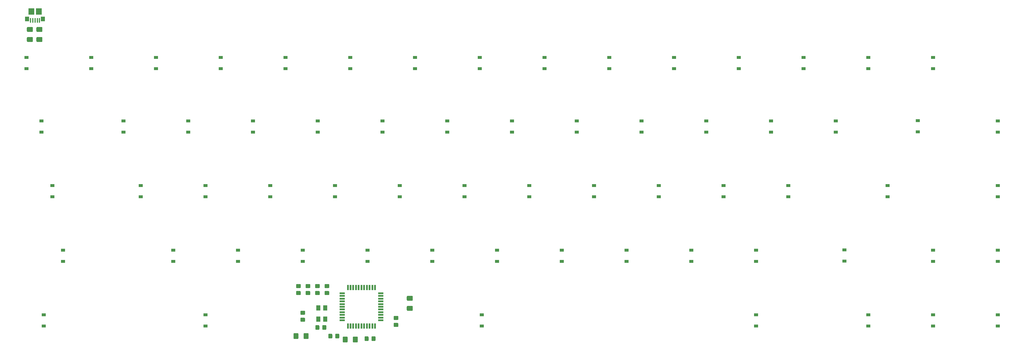
<source format=gbr>
G04 #@! TF.GenerationSoftware,KiCad,Pcbnew,(5.1.5-0-10_14)*
G04 #@! TF.CreationDate,2020-02-17T19:49:38+00:00*
G04 #@! TF.ProjectId,pcb,7063622e-6b69-4636-9164-5f7063625858,rev?*
G04 #@! TF.SameCoordinates,Original*
G04 #@! TF.FileFunction,Paste,Bot*
G04 #@! TF.FilePolarity,Positive*
%FSLAX46Y46*%
G04 Gerber Fmt 4.6, Leading zero omitted, Abs format (unit mm)*
G04 Created by KiCad (PCBNEW (5.1.5-0-10_14)) date 2020-02-17 19:49:38*
%MOMM*%
%LPD*%
G04 APERTURE LIST*
%ADD10C,0.100000*%
%ADD11R,1.150000X1.450000*%
%ADD12R,1.750000X1.900000*%
%ADD13R,0.400000X1.400000*%
%ADD14R,1.300000X1.600000*%
%ADD15R,1.500000X0.550000*%
%ADD16R,0.550000X1.500000*%
%ADD17R,1.200000X0.900000*%
G04 APERTURE END LIST*
D10*
G36*
X38749504Y-22693204D02*
G01*
X38773773Y-22696804D01*
X38797571Y-22702765D01*
X38820671Y-22711030D01*
X38842849Y-22721520D01*
X38863893Y-22734133D01*
X38883598Y-22748747D01*
X38901777Y-22765223D01*
X38918253Y-22783402D01*
X38932867Y-22803107D01*
X38945480Y-22824151D01*
X38955970Y-22846329D01*
X38964235Y-22869429D01*
X38970196Y-22893227D01*
X38973796Y-22917496D01*
X38975000Y-22942000D01*
X38975000Y-23867000D01*
X38973796Y-23891504D01*
X38970196Y-23915773D01*
X38964235Y-23939571D01*
X38955970Y-23962671D01*
X38945480Y-23984849D01*
X38932867Y-24005893D01*
X38918253Y-24025598D01*
X38901777Y-24043777D01*
X38883598Y-24060253D01*
X38863893Y-24074867D01*
X38842849Y-24087480D01*
X38820671Y-24097970D01*
X38797571Y-24106235D01*
X38773773Y-24112196D01*
X38749504Y-24115796D01*
X38725000Y-24117000D01*
X37475000Y-24117000D01*
X37450496Y-24115796D01*
X37426227Y-24112196D01*
X37402429Y-24106235D01*
X37379329Y-24097970D01*
X37357151Y-24087480D01*
X37336107Y-24074867D01*
X37316402Y-24060253D01*
X37298223Y-24043777D01*
X37281747Y-24025598D01*
X37267133Y-24005893D01*
X37254520Y-23984849D01*
X37244030Y-23962671D01*
X37235765Y-23939571D01*
X37229804Y-23915773D01*
X37226204Y-23891504D01*
X37225000Y-23867000D01*
X37225000Y-22942000D01*
X37226204Y-22917496D01*
X37229804Y-22893227D01*
X37235765Y-22869429D01*
X37244030Y-22846329D01*
X37254520Y-22824151D01*
X37267133Y-22803107D01*
X37281747Y-22783402D01*
X37298223Y-22765223D01*
X37316402Y-22748747D01*
X37336107Y-22734133D01*
X37357151Y-22721520D01*
X37379329Y-22711030D01*
X37402429Y-22702765D01*
X37426227Y-22696804D01*
X37450496Y-22693204D01*
X37475000Y-22692000D01*
X38725000Y-22692000D01*
X38749504Y-22693204D01*
G37*
G36*
X38749504Y-25668204D02*
G01*
X38773773Y-25671804D01*
X38797571Y-25677765D01*
X38820671Y-25686030D01*
X38842849Y-25696520D01*
X38863893Y-25709133D01*
X38883598Y-25723747D01*
X38901777Y-25740223D01*
X38918253Y-25758402D01*
X38932867Y-25778107D01*
X38945480Y-25799151D01*
X38955970Y-25821329D01*
X38964235Y-25844429D01*
X38970196Y-25868227D01*
X38973796Y-25892496D01*
X38975000Y-25917000D01*
X38975000Y-26842000D01*
X38973796Y-26866504D01*
X38970196Y-26890773D01*
X38964235Y-26914571D01*
X38955970Y-26937671D01*
X38945480Y-26959849D01*
X38932867Y-26980893D01*
X38918253Y-27000598D01*
X38901777Y-27018777D01*
X38883598Y-27035253D01*
X38863893Y-27049867D01*
X38842849Y-27062480D01*
X38820671Y-27072970D01*
X38797571Y-27081235D01*
X38773773Y-27087196D01*
X38749504Y-27090796D01*
X38725000Y-27092000D01*
X37475000Y-27092000D01*
X37450496Y-27090796D01*
X37426227Y-27087196D01*
X37402429Y-27081235D01*
X37379329Y-27072970D01*
X37357151Y-27062480D01*
X37336107Y-27049867D01*
X37316402Y-27035253D01*
X37298223Y-27018777D01*
X37281747Y-27000598D01*
X37267133Y-26980893D01*
X37254520Y-26959849D01*
X37244030Y-26937671D01*
X37235765Y-26914571D01*
X37229804Y-26890773D01*
X37226204Y-26866504D01*
X37225000Y-26842000D01*
X37225000Y-25917000D01*
X37226204Y-25892496D01*
X37229804Y-25868227D01*
X37235765Y-25844429D01*
X37244030Y-25821329D01*
X37254520Y-25799151D01*
X37267133Y-25778107D01*
X37281747Y-25758402D01*
X37298223Y-25740223D01*
X37316402Y-25723747D01*
X37336107Y-25709133D01*
X37357151Y-25696520D01*
X37379329Y-25686030D01*
X37402429Y-25677765D01*
X37426227Y-25671804D01*
X37450496Y-25668204D01*
X37475000Y-25667000D01*
X38725000Y-25667000D01*
X38749504Y-25668204D01*
G37*
D11*
X34510000Y-20334000D03*
X39150000Y-20334000D03*
D12*
X35705000Y-18104000D03*
D13*
X36830000Y-20754000D03*
X37480000Y-20754000D03*
X38130000Y-20754000D03*
X35530000Y-20754000D03*
X36180000Y-20754000D03*
D12*
X37955000Y-18104000D03*
D14*
X120158000Y-105538000D03*
X120158000Y-108838000D03*
X122158000Y-108838000D03*
X122158000Y-105538000D03*
D15*
X138542000Y-109156000D03*
X138542000Y-108356000D03*
X138542000Y-107556000D03*
X138542000Y-106756000D03*
X138542000Y-105956000D03*
X138542000Y-105156000D03*
X138542000Y-104356000D03*
X138542000Y-103556000D03*
X138542000Y-102756000D03*
X138542000Y-101956000D03*
X138542000Y-101156000D03*
D16*
X136842000Y-99456000D03*
X136042000Y-99456000D03*
X135242000Y-99456000D03*
X134442000Y-99456000D03*
X133642000Y-99456000D03*
X132842000Y-99456000D03*
X132042000Y-99456000D03*
X131242000Y-99456000D03*
X130442000Y-99456000D03*
X129642000Y-99456000D03*
X128842000Y-99456000D03*
D15*
X127142000Y-101156000D03*
X127142000Y-101956000D03*
X127142000Y-102756000D03*
X127142000Y-103556000D03*
X127142000Y-104356000D03*
X127142000Y-105156000D03*
X127142000Y-105956000D03*
X127142000Y-106756000D03*
X127142000Y-107556000D03*
X127142000Y-108356000D03*
X127142000Y-109156000D03*
D16*
X128842000Y-110856000D03*
X129642000Y-110856000D03*
X130442000Y-110856000D03*
X131242000Y-110856000D03*
X132042000Y-110856000D03*
X132842000Y-110856000D03*
X133642000Y-110856000D03*
X134442000Y-110856000D03*
X135242000Y-110856000D03*
X136042000Y-110856000D03*
X136842000Y-110856000D03*
D10*
G36*
X35955504Y-25668204D02*
G01*
X35979773Y-25671804D01*
X36003571Y-25677765D01*
X36026671Y-25686030D01*
X36048849Y-25696520D01*
X36069893Y-25709133D01*
X36089598Y-25723747D01*
X36107777Y-25740223D01*
X36124253Y-25758402D01*
X36138867Y-25778107D01*
X36151480Y-25799151D01*
X36161970Y-25821329D01*
X36170235Y-25844429D01*
X36176196Y-25868227D01*
X36179796Y-25892496D01*
X36181000Y-25917000D01*
X36181000Y-26842000D01*
X36179796Y-26866504D01*
X36176196Y-26890773D01*
X36170235Y-26914571D01*
X36161970Y-26937671D01*
X36151480Y-26959849D01*
X36138867Y-26980893D01*
X36124253Y-27000598D01*
X36107777Y-27018777D01*
X36089598Y-27035253D01*
X36069893Y-27049867D01*
X36048849Y-27062480D01*
X36026671Y-27072970D01*
X36003571Y-27081235D01*
X35979773Y-27087196D01*
X35955504Y-27090796D01*
X35931000Y-27092000D01*
X34681000Y-27092000D01*
X34656496Y-27090796D01*
X34632227Y-27087196D01*
X34608429Y-27081235D01*
X34585329Y-27072970D01*
X34563151Y-27062480D01*
X34542107Y-27049867D01*
X34522402Y-27035253D01*
X34504223Y-27018777D01*
X34487747Y-27000598D01*
X34473133Y-26980893D01*
X34460520Y-26959849D01*
X34450030Y-26937671D01*
X34441765Y-26914571D01*
X34435804Y-26890773D01*
X34432204Y-26866504D01*
X34431000Y-26842000D01*
X34431000Y-25917000D01*
X34432204Y-25892496D01*
X34435804Y-25868227D01*
X34441765Y-25844429D01*
X34450030Y-25821329D01*
X34460520Y-25799151D01*
X34473133Y-25778107D01*
X34487747Y-25758402D01*
X34504223Y-25740223D01*
X34522402Y-25723747D01*
X34542107Y-25709133D01*
X34563151Y-25696520D01*
X34585329Y-25686030D01*
X34608429Y-25677765D01*
X34632227Y-25671804D01*
X34656496Y-25668204D01*
X34681000Y-25667000D01*
X35931000Y-25667000D01*
X35955504Y-25668204D01*
G37*
G36*
X35955504Y-22693204D02*
G01*
X35979773Y-22696804D01*
X36003571Y-22702765D01*
X36026671Y-22711030D01*
X36048849Y-22721520D01*
X36069893Y-22734133D01*
X36089598Y-22748747D01*
X36107777Y-22765223D01*
X36124253Y-22783402D01*
X36138867Y-22803107D01*
X36151480Y-22824151D01*
X36161970Y-22846329D01*
X36170235Y-22869429D01*
X36176196Y-22893227D01*
X36179796Y-22917496D01*
X36181000Y-22942000D01*
X36181000Y-23867000D01*
X36179796Y-23891504D01*
X36176196Y-23915773D01*
X36170235Y-23939571D01*
X36161970Y-23962671D01*
X36151480Y-23984849D01*
X36138867Y-24005893D01*
X36124253Y-24025598D01*
X36107777Y-24043777D01*
X36089598Y-24060253D01*
X36069893Y-24074867D01*
X36048849Y-24087480D01*
X36026671Y-24097970D01*
X36003571Y-24106235D01*
X35979773Y-24112196D01*
X35955504Y-24115796D01*
X35931000Y-24117000D01*
X34681000Y-24117000D01*
X34656496Y-24115796D01*
X34632227Y-24112196D01*
X34608429Y-24106235D01*
X34585329Y-24097970D01*
X34563151Y-24087480D01*
X34542107Y-24074867D01*
X34522402Y-24060253D01*
X34504223Y-24043777D01*
X34487747Y-24025598D01*
X34473133Y-24005893D01*
X34460520Y-23984849D01*
X34450030Y-23962671D01*
X34441765Y-23939571D01*
X34435804Y-23915773D01*
X34432204Y-23891504D01*
X34431000Y-23867000D01*
X34431000Y-22942000D01*
X34432204Y-22917496D01*
X34435804Y-22893227D01*
X34441765Y-22869429D01*
X34450030Y-22846329D01*
X34460520Y-22824151D01*
X34473133Y-22803107D01*
X34487747Y-22783402D01*
X34504223Y-22765223D01*
X34522402Y-22748747D01*
X34542107Y-22734133D01*
X34563151Y-22721520D01*
X34585329Y-22711030D01*
X34608429Y-22702765D01*
X34632227Y-22696804D01*
X34656496Y-22693204D01*
X34681000Y-22692000D01*
X35931000Y-22692000D01*
X35955504Y-22693204D01*
G37*
G36*
X147715504Y-101941204D02*
G01*
X147739773Y-101944804D01*
X147763571Y-101950765D01*
X147786671Y-101959030D01*
X147808849Y-101969520D01*
X147829893Y-101982133D01*
X147849598Y-101996747D01*
X147867777Y-102013223D01*
X147884253Y-102031402D01*
X147898867Y-102051107D01*
X147911480Y-102072151D01*
X147921970Y-102094329D01*
X147930235Y-102117429D01*
X147936196Y-102141227D01*
X147939796Y-102165496D01*
X147941000Y-102190000D01*
X147941000Y-103115000D01*
X147939796Y-103139504D01*
X147936196Y-103163773D01*
X147930235Y-103187571D01*
X147921970Y-103210671D01*
X147911480Y-103232849D01*
X147898867Y-103253893D01*
X147884253Y-103273598D01*
X147867777Y-103291777D01*
X147849598Y-103308253D01*
X147829893Y-103322867D01*
X147808849Y-103335480D01*
X147786671Y-103345970D01*
X147763571Y-103354235D01*
X147739773Y-103360196D01*
X147715504Y-103363796D01*
X147691000Y-103365000D01*
X146441000Y-103365000D01*
X146416496Y-103363796D01*
X146392227Y-103360196D01*
X146368429Y-103354235D01*
X146345329Y-103345970D01*
X146323151Y-103335480D01*
X146302107Y-103322867D01*
X146282402Y-103308253D01*
X146264223Y-103291777D01*
X146247747Y-103273598D01*
X146233133Y-103253893D01*
X146220520Y-103232849D01*
X146210030Y-103210671D01*
X146201765Y-103187571D01*
X146195804Y-103163773D01*
X146192204Y-103139504D01*
X146191000Y-103115000D01*
X146191000Y-102190000D01*
X146192204Y-102165496D01*
X146195804Y-102141227D01*
X146201765Y-102117429D01*
X146210030Y-102094329D01*
X146220520Y-102072151D01*
X146233133Y-102051107D01*
X146247747Y-102031402D01*
X146264223Y-102013223D01*
X146282402Y-101996747D01*
X146302107Y-101982133D01*
X146323151Y-101969520D01*
X146345329Y-101959030D01*
X146368429Y-101950765D01*
X146392227Y-101944804D01*
X146416496Y-101941204D01*
X146441000Y-101940000D01*
X147691000Y-101940000D01*
X147715504Y-101941204D01*
G37*
G36*
X147715504Y-104916204D02*
G01*
X147739773Y-104919804D01*
X147763571Y-104925765D01*
X147786671Y-104934030D01*
X147808849Y-104944520D01*
X147829893Y-104957133D01*
X147849598Y-104971747D01*
X147867777Y-104988223D01*
X147884253Y-105006402D01*
X147898867Y-105026107D01*
X147911480Y-105047151D01*
X147921970Y-105069329D01*
X147930235Y-105092429D01*
X147936196Y-105116227D01*
X147939796Y-105140496D01*
X147941000Y-105165000D01*
X147941000Y-106090000D01*
X147939796Y-106114504D01*
X147936196Y-106138773D01*
X147930235Y-106162571D01*
X147921970Y-106185671D01*
X147911480Y-106207849D01*
X147898867Y-106228893D01*
X147884253Y-106248598D01*
X147867777Y-106266777D01*
X147849598Y-106283253D01*
X147829893Y-106297867D01*
X147808849Y-106310480D01*
X147786671Y-106320970D01*
X147763571Y-106329235D01*
X147739773Y-106335196D01*
X147715504Y-106338796D01*
X147691000Y-106340000D01*
X146441000Y-106340000D01*
X146416496Y-106338796D01*
X146392227Y-106335196D01*
X146368429Y-106329235D01*
X146345329Y-106320970D01*
X146323151Y-106310480D01*
X146302107Y-106297867D01*
X146282402Y-106283253D01*
X146264223Y-106266777D01*
X146247747Y-106248598D01*
X146233133Y-106228893D01*
X146220520Y-106207849D01*
X146210030Y-106185671D01*
X146201765Y-106162571D01*
X146195804Y-106138773D01*
X146192204Y-106114504D01*
X146191000Y-106090000D01*
X146191000Y-105165000D01*
X146192204Y-105140496D01*
X146195804Y-105116227D01*
X146201765Y-105092429D01*
X146210030Y-105069329D01*
X146220520Y-105047151D01*
X146233133Y-105026107D01*
X146247747Y-105006402D01*
X146264223Y-104988223D01*
X146282402Y-104971747D01*
X146302107Y-104957133D01*
X146323151Y-104944520D01*
X146345329Y-104934030D01*
X146368429Y-104925765D01*
X146392227Y-104919804D01*
X146416496Y-104916204D01*
X146441000Y-104915000D01*
X147691000Y-104915000D01*
X147715504Y-104916204D01*
G37*
G36*
X128539504Y-113934204D02*
G01*
X128563773Y-113937804D01*
X128587571Y-113943765D01*
X128610671Y-113952030D01*
X128632849Y-113962520D01*
X128653893Y-113975133D01*
X128673598Y-113989747D01*
X128691777Y-114006223D01*
X128708253Y-114024402D01*
X128722867Y-114044107D01*
X128735480Y-114065151D01*
X128745970Y-114087329D01*
X128754235Y-114110429D01*
X128760196Y-114134227D01*
X128763796Y-114158496D01*
X128765000Y-114183000D01*
X128765000Y-115433000D01*
X128763796Y-115457504D01*
X128760196Y-115481773D01*
X128754235Y-115505571D01*
X128745970Y-115528671D01*
X128735480Y-115550849D01*
X128722867Y-115571893D01*
X128708253Y-115591598D01*
X128691777Y-115609777D01*
X128673598Y-115626253D01*
X128653893Y-115640867D01*
X128632849Y-115653480D01*
X128610671Y-115663970D01*
X128587571Y-115672235D01*
X128563773Y-115678196D01*
X128539504Y-115681796D01*
X128515000Y-115683000D01*
X127590000Y-115683000D01*
X127565496Y-115681796D01*
X127541227Y-115678196D01*
X127517429Y-115672235D01*
X127494329Y-115663970D01*
X127472151Y-115653480D01*
X127451107Y-115640867D01*
X127431402Y-115626253D01*
X127413223Y-115609777D01*
X127396747Y-115591598D01*
X127382133Y-115571893D01*
X127369520Y-115550849D01*
X127359030Y-115528671D01*
X127350765Y-115505571D01*
X127344804Y-115481773D01*
X127341204Y-115457504D01*
X127340000Y-115433000D01*
X127340000Y-114183000D01*
X127341204Y-114158496D01*
X127344804Y-114134227D01*
X127350765Y-114110429D01*
X127359030Y-114087329D01*
X127369520Y-114065151D01*
X127382133Y-114044107D01*
X127396747Y-114024402D01*
X127413223Y-114006223D01*
X127431402Y-113989747D01*
X127451107Y-113975133D01*
X127472151Y-113962520D01*
X127494329Y-113952030D01*
X127517429Y-113943765D01*
X127541227Y-113937804D01*
X127565496Y-113934204D01*
X127590000Y-113933000D01*
X128515000Y-113933000D01*
X128539504Y-113934204D01*
G37*
G36*
X131514504Y-113934204D02*
G01*
X131538773Y-113937804D01*
X131562571Y-113943765D01*
X131585671Y-113952030D01*
X131607849Y-113962520D01*
X131628893Y-113975133D01*
X131648598Y-113989747D01*
X131666777Y-114006223D01*
X131683253Y-114024402D01*
X131697867Y-114044107D01*
X131710480Y-114065151D01*
X131720970Y-114087329D01*
X131729235Y-114110429D01*
X131735196Y-114134227D01*
X131738796Y-114158496D01*
X131740000Y-114183000D01*
X131740000Y-115433000D01*
X131738796Y-115457504D01*
X131735196Y-115481773D01*
X131729235Y-115505571D01*
X131720970Y-115528671D01*
X131710480Y-115550849D01*
X131697867Y-115571893D01*
X131683253Y-115591598D01*
X131666777Y-115609777D01*
X131648598Y-115626253D01*
X131628893Y-115640867D01*
X131607849Y-115653480D01*
X131585671Y-115663970D01*
X131562571Y-115672235D01*
X131538773Y-115678196D01*
X131514504Y-115681796D01*
X131490000Y-115683000D01*
X130565000Y-115683000D01*
X130540496Y-115681796D01*
X130516227Y-115678196D01*
X130492429Y-115672235D01*
X130469329Y-115663970D01*
X130447151Y-115653480D01*
X130426107Y-115640867D01*
X130406402Y-115626253D01*
X130388223Y-115609777D01*
X130371747Y-115591598D01*
X130357133Y-115571893D01*
X130344520Y-115550849D01*
X130334030Y-115528671D01*
X130325765Y-115505571D01*
X130319804Y-115481773D01*
X130316204Y-115457504D01*
X130315000Y-115433000D01*
X130315000Y-114183000D01*
X130316204Y-114158496D01*
X130319804Y-114134227D01*
X130325765Y-114110429D01*
X130334030Y-114087329D01*
X130344520Y-114065151D01*
X130357133Y-114044107D01*
X130371747Y-114024402D01*
X130388223Y-114006223D01*
X130406402Y-113989747D01*
X130426107Y-113975133D01*
X130447151Y-113962520D01*
X130469329Y-113952030D01*
X130492429Y-113943765D01*
X130516227Y-113937804D01*
X130540496Y-113934204D01*
X130565000Y-113933000D01*
X131490000Y-113933000D01*
X131514504Y-113934204D01*
G37*
G36*
X114061504Y-112918204D02*
G01*
X114085773Y-112921804D01*
X114109571Y-112927765D01*
X114132671Y-112936030D01*
X114154849Y-112946520D01*
X114175893Y-112959133D01*
X114195598Y-112973747D01*
X114213777Y-112990223D01*
X114230253Y-113008402D01*
X114244867Y-113028107D01*
X114257480Y-113049151D01*
X114267970Y-113071329D01*
X114276235Y-113094429D01*
X114282196Y-113118227D01*
X114285796Y-113142496D01*
X114287000Y-113167000D01*
X114287000Y-114417000D01*
X114285796Y-114441504D01*
X114282196Y-114465773D01*
X114276235Y-114489571D01*
X114267970Y-114512671D01*
X114257480Y-114534849D01*
X114244867Y-114555893D01*
X114230253Y-114575598D01*
X114213777Y-114593777D01*
X114195598Y-114610253D01*
X114175893Y-114624867D01*
X114154849Y-114637480D01*
X114132671Y-114647970D01*
X114109571Y-114656235D01*
X114085773Y-114662196D01*
X114061504Y-114665796D01*
X114037000Y-114667000D01*
X113112000Y-114667000D01*
X113087496Y-114665796D01*
X113063227Y-114662196D01*
X113039429Y-114656235D01*
X113016329Y-114647970D01*
X112994151Y-114637480D01*
X112973107Y-114624867D01*
X112953402Y-114610253D01*
X112935223Y-114593777D01*
X112918747Y-114575598D01*
X112904133Y-114555893D01*
X112891520Y-114534849D01*
X112881030Y-114512671D01*
X112872765Y-114489571D01*
X112866804Y-114465773D01*
X112863204Y-114441504D01*
X112862000Y-114417000D01*
X112862000Y-113167000D01*
X112863204Y-113142496D01*
X112866804Y-113118227D01*
X112872765Y-113094429D01*
X112881030Y-113071329D01*
X112891520Y-113049151D01*
X112904133Y-113028107D01*
X112918747Y-113008402D01*
X112935223Y-112990223D01*
X112953402Y-112973747D01*
X112973107Y-112959133D01*
X112994151Y-112946520D01*
X113016329Y-112936030D01*
X113039429Y-112927765D01*
X113063227Y-112921804D01*
X113087496Y-112918204D01*
X113112000Y-112917000D01*
X114037000Y-112917000D01*
X114061504Y-112918204D01*
G37*
G36*
X117036504Y-112918204D02*
G01*
X117060773Y-112921804D01*
X117084571Y-112927765D01*
X117107671Y-112936030D01*
X117129849Y-112946520D01*
X117150893Y-112959133D01*
X117170598Y-112973747D01*
X117188777Y-112990223D01*
X117205253Y-113008402D01*
X117219867Y-113028107D01*
X117232480Y-113049151D01*
X117242970Y-113071329D01*
X117251235Y-113094429D01*
X117257196Y-113118227D01*
X117260796Y-113142496D01*
X117262000Y-113167000D01*
X117262000Y-114417000D01*
X117260796Y-114441504D01*
X117257196Y-114465773D01*
X117251235Y-114489571D01*
X117242970Y-114512671D01*
X117232480Y-114534849D01*
X117219867Y-114555893D01*
X117205253Y-114575598D01*
X117188777Y-114593777D01*
X117170598Y-114610253D01*
X117150893Y-114624867D01*
X117129849Y-114637480D01*
X117107671Y-114647970D01*
X117084571Y-114656235D01*
X117060773Y-114662196D01*
X117036504Y-114665796D01*
X117012000Y-114667000D01*
X116087000Y-114667000D01*
X116062496Y-114665796D01*
X116038227Y-114662196D01*
X116014429Y-114656235D01*
X115991329Y-114647970D01*
X115969151Y-114637480D01*
X115948107Y-114624867D01*
X115928402Y-114610253D01*
X115910223Y-114593777D01*
X115893747Y-114575598D01*
X115879133Y-114555893D01*
X115866520Y-114534849D01*
X115856030Y-114512671D01*
X115847765Y-114489571D01*
X115841804Y-114465773D01*
X115838204Y-114441504D01*
X115837000Y-114417000D01*
X115837000Y-113167000D01*
X115838204Y-113142496D01*
X115841804Y-113118227D01*
X115847765Y-113094429D01*
X115856030Y-113071329D01*
X115866520Y-113049151D01*
X115879133Y-113028107D01*
X115893747Y-113008402D01*
X115910223Y-112990223D01*
X115928402Y-112973747D01*
X115948107Y-112959133D01*
X115969151Y-112946520D01*
X115991329Y-112936030D01*
X116014429Y-112927765D01*
X116038227Y-112921804D01*
X116062496Y-112918204D01*
X116087000Y-112917000D01*
X117012000Y-112917000D01*
X117036504Y-112918204D01*
G37*
D17*
X320040000Y-107570000D03*
X320040000Y-110870000D03*
X320040000Y-88520000D03*
X320040000Y-91820000D03*
X320040000Y-69470000D03*
X320040000Y-72770000D03*
X320040000Y-50420000D03*
X320040000Y-53720000D03*
X300990000Y-107570000D03*
X300990000Y-110870000D03*
X300990000Y-88520000D03*
X300990000Y-91820000D03*
X296545000Y-50294000D03*
X296545000Y-53594000D03*
X300990000Y-31687500D03*
X300990000Y-34987500D03*
X281940000Y-107570000D03*
X281940000Y-110870000D03*
X274955000Y-88394000D03*
X274955000Y-91694000D03*
X287655000Y-69470000D03*
X287655000Y-72770000D03*
X272415000Y-50420000D03*
X272415000Y-53720000D03*
X281940000Y-31687500D03*
X281940000Y-34987500D03*
X258445000Y-69470000D03*
X258445000Y-72770000D03*
X253365000Y-50420000D03*
X253365000Y-53720000D03*
X262890000Y-31687500D03*
X262890000Y-34987500D03*
X248920000Y-107570000D03*
X248920000Y-110870000D03*
X248920000Y-88520000D03*
X248920000Y-91820000D03*
X239395000Y-69470000D03*
X239395000Y-72770000D03*
X234315000Y-50420000D03*
X234315000Y-53720000D03*
X243840000Y-31687500D03*
X243840000Y-34987500D03*
X229870000Y-88520000D03*
X229870000Y-91820000D03*
X220345000Y-69470000D03*
X220345000Y-72770000D03*
X215265000Y-50420000D03*
X215265000Y-53720000D03*
X224790000Y-31687500D03*
X224790000Y-34987500D03*
X210820000Y-88520000D03*
X210820000Y-91820000D03*
X201295000Y-69470000D03*
X201295000Y-72770000D03*
X196215000Y-50420000D03*
X196215000Y-53720000D03*
X205740000Y-31687500D03*
X205740000Y-34987500D03*
X191770000Y-88520000D03*
X191770000Y-91820000D03*
X182245000Y-69470000D03*
X182245000Y-72770000D03*
X177165000Y-50420000D03*
X177165000Y-53720000D03*
X186690000Y-31687500D03*
X186690000Y-34987500D03*
X168275000Y-107570000D03*
X168275000Y-110870000D03*
X172720000Y-88520000D03*
X172720000Y-91820000D03*
X163195000Y-69470000D03*
X163195000Y-72770000D03*
X158115000Y-50420000D03*
X158115000Y-53720000D03*
X167640000Y-31687500D03*
X167640000Y-34987500D03*
X153670000Y-88520000D03*
X153670000Y-91820000D03*
X144145000Y-69470000D03*
X144145000Y-72770000D03*
X139065000Y-50420000D03*
X139065000Y-53720000D03*
X148590000Y-31687500D03*
X148590000Y-34987500D03*
X134620000Y-88520000D03*
X134620000Y-91820000D03*
X125095000Y-69470000D03*
X125095000Y-72770000D03*
X120015000Y-50420000D03*
X120015000Y-53720000D03*
X129540000Y-31687500D03*
X129540000Y-34987500D03*
X115570000Y-88520000D03*
X115570000Y-91820000D03*
X106045000Y-69470000D03*
X106045000Y-72770000D03*
X100965000Y-50420000D03*
X100965000Y-53720000D03*
X110490000Y-31687500D03*
X110490000Y-34987500D03*
X86995000Y-107570000D03*
X86995000Y-110870000D03*
X96520000Y-88520000D03*
X96520000Y-91820000D03*
X86995000Y-69470000D03*
X86995000Y-72770000D03*
X81915000Y-50420000D03*
X81915000Y-53720000D03*
X91440000Y-31687500D03*
X91440000Y-34987500D03*
X77470000Y-88520000D03*
X77470000Y-91820000D03*
X67945000Y-69470000D03*
X67945000Y-72770000D03*
X62865000Y-50420000D03*
X62865000Y-53720000D03*
X72390000Y-31687500D03*
X72390000Y-34987500D03*
X45085000Y-88520000D03*
X45085000Y-91820000D03*
X53340000Y-31687500D03*
X53340000Y-34987500D03*
X39370000Y-107570000D03*
X39370000Y-110870000D03*
X41910000Y-69470000D03*
X41910000Y-72770000D03*
X38735000Y-50420000D03*
X38735000Y-53720000D03*
X34290000Y-31687500D03*
X34290000Y-34987500D03*
D10*
G36*
X143476505Y-107875204D02*
G01*
X143500773Y-107878804D01*
X143524572Y-107884765D01*
X143547671Y-107893030D01*
X143569850Y-107903520D01*
X143590893Y-107916132D01*
X143610599Y-107930747D01*
X143628777Y-107947223D01*
X143645253Y-107965401D01*
X143659868Y-107985107D01*
X143672480Y-108006150D01*
X143682970Y-108028329D01*
X143691235Y-108051428D01*
X143697196Y-108075227D01*
X143700796Y-108099495D01*
X143702000Y-108123999D01*
X143702000Y-108774001D01*
X143700796Y-108798505D01*
X143697196Y-108822773D01*
X143691235Y-108846572D01*
X143682970Y-108869671D01*
X143672480Y-108891850D01*
X143659868Y-108912893D01*
X143645253Y-108932599D01*
X143628777Y-108950777D01*
X143610599Y-108967253D01*
X143590893Y-108981868D01*
X143569850Y-108994480D01*
X143547671Y-109004970D01*
X143524572Y-109013235D01*
X143500773Y-109019196D01*
X143476505Y-109022796D01*
X143452001Y-109024000D01*
X142551999Y-109024000D01*
X142527495Y-109022796D01*
X142503227Y-109019196D01*
X142479428Y-109013235D01*
X142456329Y-109004970D01*
X142434150Y-108994480D01*
X142413107Y-108981868D01*
X142393401Y-108967253D01*
X142375223Y-108950777D01*
X142358747Y-108932599D01*
X142344132Y-108912893D01*
X142331520Y-108891850D01*
X142321030Y-108869671D01*
X142312765Y-108846572D01*
X142306804Y-108822773D01*
X142303204Y-108798505D01*
X142302000Y-108774001D01*
X142302000Y-108123999D01*
X142303204Y-108099495D01*
X142306804Y-108075227D01*
X142312765Y-108051428D01*
X142321030Y-108028329D01*
X142331520Y-108006150D01*
X142344132Y-107985107D01*
X142358747Y-107965401D01*
X142375223Y-107947223D01*
X142393401Y-107930747D01*
X142413107Y-107916132D01*
X142434150Y-107903520D01*
X142456329Y-107893030D01*
X142479428Y-107884765D01*
X142503227Y-107878804D01*
X142527495Y-107875204D01*
X142551999Y-107874000D01*
X143452001Y-107874000D01*
X143476505Y-107875204D01*
G37*
G36*
X143476505Y-109925204D02*
G01*
X143500773Y-109928804D01*
X143524572Y-109934765D01*
X143547671Y-109943030D01*
X143569850Y-109953520D01*
X143590893Y-109966132D01*
X143610599Y-109980747D01*
X143628777Y-109997223D01*
X143645253Y-110015401D01*
X143659868Y-110035107D01*
X143672480Y-110056150D01*
X143682970Y-110078329D01*
X143691235Y-110101428D01*
X143697196Y-110125227D01*
X143700796Y-110149495D01*
X143702000Y-110173999D01*
X143702000Y-110824001D01*
X143700796Y-110848505D01*
X143697196Y-110872773D01*
X143691235Y-110896572D01*
X143682970Y-110919671D01*
X143672480Y-110941850D01*
X143659868Y-110962893D01*
X143645253Y-110982599D01*
X143628777Y-111000777D01*
X143610599Y-111017253D01*
X143590893Y-111031868D01*
X143569850Y-111044480D01*
X143547671Y-111054970D01*
X143524572Y-111063235D01*
X143500773Y-111069196D01*
X143476505Y-111072796D01*
X143452001Y-111074000D01*
X142551999Y-111074000D01*
X142527495Y-111072796D01*
X142503227Y-111069196D01*
X142479428Y-111063235D01*
X142456329Y-111054970D01*
X142434150Y-111044480D01*
X142413107Y-111031868D01*
X142393401Y-111017253D01*
X142375223Y-111000777D01*
X142358747Y-110982599D01*
X142344132Y-110962893D01*
X142331520Y-110941850D01*
X142321030Y-110919671D01*
X142312765Y-110896572D01*
X142306804Y-110872773D01*
X142303204Y-110848505D01*
X142302000Y-110824001D01*
X142302000Y-110173999D01*
X142303204Y-110149495D01*
X142306804Y-110125227D01*
X142312765Y-110101428D01*
X142321030Y-110078329D01*
X142331520Y-110056150D01*
X142344132Y-110035107D01*
X142358747Y-110015401D01*
X142375223Y-109997223D01*
X142393401Y-109980747D01*
X142413107Y-109966132D01*
X142434150Y-109953520D01*
X142456329Y-109943030D01*
X142479428Y-109934765D01*
X142503227Y-109928804D01*
X142527495Y-109925204D01*
X142551999Y-109924000D01*
X143452001Y-109924000D01*
X143476505Y-109925204D01*
G37*
G36*
X120362505Y-100527204D02*
G01*
X120386773Y-100530804D01*
X120410572Y-100536765D01*
X120433671Y-100545030D01*
X120455850Y-100555520D01*
X120476893Y-100568132D01*
X120496599Y-100582747D01*
X120514777Y-100599223D01*
X120531253Y-100617401D01*
X120545868Y-100637107D01*
X120558480Y-100658150D01*
X120568970Y-100680329D01*
X120577235Y-100703428D01*
X120583196Y-100727227D01*
X120586796Y-100751495D01*
X120588000Y-100775999D01*
X120588000Y-101426001D01*
X120586796Y-101450505D01*
X120583196Y-101474773D01*
X120577235Y-101498572D01*
X120568970Y-101521671D01*
X120558480Y-101543850D01*
X120545868Y-101564893D01*
X120531253Y-101584599D01*
X120514777Y-101602777D01*
X120496599Y-101619253D01*
X120476893Y-101633868D01*
X120455850Y-101646480D01*
X120433671Y-101656970D01*
X120410572Y-101665235D01*
X120386773Y-101671196D01*
X120362505Y-101674796D01*
X120338001Y-101676000D01*
X119437999Y-101676000D01*
X119413495Y-101674796D01*
X119389227Y-101671196D01*
X119365428Y-101665235D01*
X119342329Y-101656970D01*
X119320150Y-101646480D01*
X119299107Y-101633868D01*
X119279401Y-101619253D01*
X119261223Y-101602777D01*
X119244747Y-101584599D01*
X119230132Y-101564893D01*
X119217520Y-101543850D01*
X119207030Y-101521671D01*
X119198765Y-101498572D01*
X119192804Y-101474773D01*
X119189204Y-101450505D01*
X119188000Y-101426001D01*
X119188000Y-100775999D01*
X119189204Y-100751495D01*
X119192804Y-100727227D01*
X119198765Y-100703428D01*
X119207030Y-100680329D01*
X119217520Y-100658150D01*
X119230132Y-100637107D01*
X119244747Y-100617401D01*
X119261223Y-100599223D01*
X119279401Y-100582747D01*
X119299107Y-100568132D01*
X119320150Y-100555520D01*
X119342329Y-100545030D01*
X119365428Y-100536765D01*
X119389227Y-100530804D01*
X119413495Y-100527204D01*
X119437999Y-100526000D01*
X120338001Y-100526000D01*
X120362505Y-100527204D01*
G37*
G36*
X120362505Y-98477204D02*
G01*
X120386773Y-98480804D01*
X120410572Y-98486765D01*
X120433671Y-98495030D01*
X120455850Y-98505520D01*
X120476893Y-98518132D01*
X120496599Y-98532747D01*
X120514777Y-98549223D01*
X120531253Y-98567401D01*
X120545868Y-98587107D01*
X120558480Y-98608150D01*
X120568970Y-98630329D01*
X120577235Y-98653428D01*
X120583196Y-98677227D01*
X120586796Y-98701495D01*
X120588000Y-98725999D01*
X120588000Y-99376001D01*
X120586796Y-99400505D01*
X120583196Y-99424773D01*
X120577235Y-99448572D01*
X120568970Y-99471671D01*
X120558480Y-99493850D01*
X120545868Y-99514893D01*
X120531253Y-99534599D01*
X120514777Y-99552777D01*
X120496599Y-99569253D01*
X120476893Y-99583868D01*
X120455850Y-99596480D01*
X120433671Y-99606970D01*
X120410572Y-99615235D01*
X120386773Y-99621196D01*
X120362505Y-99624796D01*
X120338001Y-99626000D01*
X119437999Y-99626000D01*
X119413495Y-99624796D01*
X119389227Y-99621196D01*
X119365428Y-99615235D01*
X119342329Y-99606970D01*
X119320150Y-99596480D01*
X119299107Y-99583868D01*
X119279401Y-99569253D01*
X119261223Y-99552777D01*
X119244747Y-99534599D01*
X119230132Y-99514893D01*
X119217520Y-99493850D01*
X119207030Y-99471671D01*
X119198765Y-99448572D01*
X119192804Y-99424773D01*
X119189204Y-99400505D01*
X119188000Y-99376001D01*
X119188000Y-98725999D01*
X119189204Y-98701495D01*
X119192804Y-98677227D01*
X119198765Y-98653428D01*
X119207030Y-98630329D01*
X119217520Y-98608150D01*
X119230132Y-98587107D01*
X119244747Y-98567401D01*
X119261223Y-98549223D01*
X119279401Y-98532747D01*
X119299107Y-98518132D01*
X119320150Y-98505520D01*
X119342329Y-98495030D01*
X119365428Y-98486765D01*
X119389227Y-98480804D01*
X119413495Y-98477204D01*
X119437999Y-98476000D01*
X120338001Y-98476000D01*
X120362505Y-98477204D01*
G37*
G36*
X117568505Y-100527204D02*
G01*
X117592773Y-100530804D01*
X117616572Y-100536765D01*
X117639671Y-100545030D01*
X117661850Y-100555520D01*
X117682893Y-100568132D01*
X117702599Y-100582747D01*
X117720777Y-100599223D01*
X117737253Y-100617401D01*
X117751868Y-100637107D01*
X117764480Y-100658150D01*
X117774970Y-100680329D01*
X117783235Y-100703428D01*
X117789196Y-100727227D01*
X117792796Y-100751495D01*
X117794000Y-100775999D01*
X117794000Y-101426001D01*
X117792796Y-101450505D01*
X117789196Y-101474773D01*
X117783235Y-101498572D01*
X117774970Y-101521671D01*
X117764480Y-101543850D01*
X117751868Y-101564893D01*
X117737253Y-101584599D01*
X117720777Y-101602777D01*
X117702599Y-101619253D01*
X117682893Y-101633868D01*
X117661850Y-101646480D01*
X117639671Y-101656970D01*
X117616572Y-101665235D01*
X117592773Y-101671196D01*
X117568505Y-101674796D01*
X117544001Y-101676000D01*
X116643999Y-101676000D01*
X116619495Y-101674796D01*
X116595227Y-101671196D01*
X116571428Y-101665235D01*
X116548329Y-101656970D01*
X116526150Y-101646480D01*
X116505107Y-101633868D01*
X116485401Y-101619253D01*
X116467223Y-101602777D01*
X116450747Y-101584599D01*
X116436132Y-101564893D01*
X116423520Y-101543850D01*
X116413030Y-101521671D01*
X116404765Y-101498572D01*
X116398804Y-101474773D01*
X116395204Y-101450505D01*
X116394000Y-101426001D01*
X116394000Y-100775999D01*
X116395204Y-100751495D01*
X116398804Y-100727227D01*
X116404765Y-100703428D01*
X116413030Y-100680329D01*
X116423520Y-100658150D01*
X116436132Y-100637107D01*
X116450747Y-100617401D01*
X116467223Y-100599223D01*
X116485401Y-100582747D01*
X116505107Y-100568132D01*
X116526150Y-100555520D01*
X116548329Y-100545030D01*
X116571428Y-100536765D01*
X116595227Y-100530804D01*
X116619495Y-100527204D01*
X116643999Y-100526000D01*
X117544001Y-100526000D01*
X117568505Y-100527204D01*
G37*
G36*
X117568505Y-98477204D02*
G01*
X117592773Y-98480804D01*
X117616572Y-98486765D01*
X117639671Y-98495030D01*
X117661850Y-98505520D01*
X117682893Y-98518132D01*
X117702599Y-98532747D01*
X117720777Y-98549223D01*
X117737253Y-98567401D01*
X117751868Y-98587107D01*
X117764480Y-98608150D01*
X117774970Y-98630329D01*
X117783235Y-98653428D01*
X117789196Y-98677227D01*
X117792796Y-98701495D01*
X117794000Y-98725999D01*
X117794000Y-99376001D01*
X117792796Y-99400505D01*
X117789196Y-99424773D01*
X117783235Y-99448572D01*
X117774970Y-99471671D01*
X117764480Y-99493850D01*
X117751868Y-99514893D01*
X117737253Y-99534599D01*
X117720777Y-99552777D01*
X117702599Y-99569253D01*
X117682893Y-99583868D01*
X117661850Y-99596480D01*
X117639671Y-99606970D01*
X117616572Y-99615235D01*
X117592773Y-99621196D01*
X117568505Y-99624796D01*
X117544001Y-99626000D01*
X116643999Y-99626000D01*
X116619495Y-99624796D01*
X116595227Y-99621196D01*
X116571428Y-99615235D01*
X116548329Y-99606970D01*
X116526150Y-99596480D01*
X116505107Y-99583868D01*
X116485401Y-99569253D01*
X116467223Y-99552777D01*
X116450747Y-99534599D01*
X116436132Y-99514893D01*
X116423520Y-99493850D01*
X116413030Y-99471671D01*
X116404765Y-99448572D01*
X116398804Y-99424773D01*
X116395204Y-99400505D01*
X116394000Y-99376001D01*
X116394000Y-98725999D01*
X116395204Y-98701495D01*
X116398804Y-98677227D01*
X116404765Y-98653428D01*
X116413030Y-98630329D01*
X116423520Y-98608150D01*
X116436132Y-98587107D01*
X116450747Y-98567401D01*
X116467223Y-98549223D01*
X116485401Y-98532747D01*
X116505107Y-98518132D01*
X116526150Y-98505520D01*
X116548329Y-98495030D01*
X116571428Y-98486765D01*
X116595227Y-98480804D01*
X116619495Y-98477204D01*
X116643999Y-98476000D01*
X117544001Y-98476000D01*
X117568505Y-98477204D01*
G37*
G36*
X114774505Y-100527204D02*
G01*
X114798773Y-100530804D01*
X114822572Y-100536765D01*
X114845671Y-100545030D01*
X114867850Y-100555520D01*
X114888893Y-100568132D01*
X114908599Y-100582747D01*
X114926777Y-100599223D01*
X114943253Y-100617401D01*
X114957868Y-100637107D01*
X114970480Y-100658150D01*
X114980970Y-100680329D01*
X114989235Y-100703428D01*
X114995196Y-100727227D01*
X114998796Y-100751495D01*
X115000000Y-100775999D01*
X115000000Y-101426001D01*
X114998796Y-101450505D01*
X114995196Y-101474773D01*
X114989235Y-101498572D01*
X114980970Y-101521671D01*
X114970480Y-101543850D01*
X114957868Y-101564893D01*
X114943253Y-101584599D01*
X114926777Y-101602777D01*
X114908599Y-101619253D01*
X114888893Y-101633868D01*
X114867850Y-101646480D01*
X114845671Y-101656970D01*
X114822572Y-101665235D01*
X114798773Y-101671196D01*
X114774505Y-101674796D01*
X114750001Y-101676000D01*
X113849999Y-101676000D01*
X113825495Y-101674796D01*
X113801227Y-101671196D01*
X113777428Y-101665235D01*
X113754329Y-101656970D01*
X113732150Y-101646480D01*
X113711107Y-101633868D01*
X113691401Y-101619253D01*
X113673223Y-101602777D01*
X113656747Y-101584599D01*
X113642132Y-101564893D01*
X113629520Y-101543850D01*
X113619030Y-101521671D01*
X113610765Y-101498572D01*
X113604804Y-101474773D01*
X113601204Y-101450505D01*
X113600000Y-101426001D01*
X113600000Y-100775999D01*
X113601204Y-100751495D01*
X113604804Y-100727227D01*
X113610765Y-100703428D01*
X113619030Y-100680329D01*
X113629520Y-100658150D01*
X113642132Y-100637107D01*
X113656747Y-100617401D01*
X113673223Y-100599223D01*
X113691401Y-100582747D01*
X113711107Y-100568132D01*
X113732150Y-100555520D01*
X113754329Y-100545030D01*
X113777428Y-100536765D01*
X113801227Y-100530804D01*
X113825495Y-100527204D01*
X113849999Y-100526000D01*
X114750001Y-100526000D01*
X114774505Y-100527204D01*
G37*
G36*
X114774505Y-98477204D02*
G01*
X114798773Y-98480804D01*
X114822572Y-98486765D01*
X114845671Y-98495030D01*
X114867850Y-98505520D01*
X114888893Y-98518132D01*
X114908599Y-98532747D01*
X114926777Y-98549223D01*
X114943253Y-98567401D01*
X114957868Y-98587107D01*
X114970480Y-98608150D01*
X114980970Y-98630329D01*
X114989235Y-98653428D01*
X114995196Y-98677227D01*
X114998796Y-98701495D01*
X115000000Y-98725999D01*
X115000000Y-99376001D01*
X114998796Y-99400505D01*
X114995196Y-99424773D01*
X114989235Y-99448572D01*
X114980970Y-99471671D01*
X114970480Y-99493850D01*
X114957868Y-99514893D01*
X114943253Y-99534599D01*
X114926777Y-99552777D01*
X114908599Y-99569253D01*
X114888893Y-99583868D01*
X114867850Y-99596480D01*
X114845671Y-99606970D01*
X114822572Y-99615235D01*
X114798773Y-99621196D01*
X114774505Y-99624796D01*
X114750001Y-99626000D01*
X113849999Y-99626000D01*
X113825495Y-99624796D01*
X113801227Y-99621196D01*
X113777428Y-99615235D01*
X113754329Y-99606970D01*
X113732150Y-99596480D01*
X113711107Y-99583868D01*
X113691401Y-99569253D01*
X113673223Y-99552777D01*
X113656747Y-99534599D01*
X113642132Y-99514893D01*
X113629520Y-99493850D01*
X113619030Y-99471671D01*
X113610765Y-99448572D01*
X113604804Y-99424773D01*
X113601204Y-99400505D01*
X113600000Y-99376001D01*
X113600000Y-98725999D01*
X113601204Y-98701495D01*
X113604804Y-98677227D01*
X113610765Y-98653428D01*
X113619030Y-98630329D01*
X113629520Y-98608150D01*
X113642132Y-98587107D01*
X113656747Y-98567401D01*
X113673223Y-98549223D01*
X113691401Y-98532747D01*
X113711107Y-98518132D01*
X113732150Y-98505520D01*
X113754329Y-98495030D01*
X113777428Y-98486765D01*
X113801227Y-98480804D01*
X113825495Y-98477204D01*
X113849999Y-98476000D01*
X114750001Y-98476000D01*
X114774505Y-98477204D01*
G37*
G36*
X122278505Y-110553204D02*
G01*
X122302773Y-110556804D01*
X122326572Y-110562765D01*
X122349671Y-110571030D01*
X122371850Y-110581520D01*
X122392893Y-110594132D01*
X122412599Y-110608747D01*
X122430777Y-110625223D01*
X122447253Y-110643401D01*
X122461868Y-110663107D01*
X122474480Y-110684150D01*
X122484970Y-110706329D01*
X122493235Y-110729428D01*
X122499196Y-110753227D01*
X122502796Y-110777495D01*
X122504000Y-110801999D01*
X122504000Y-111702001D01*
X122502796Y-111726505D01*
X122499196Y-111750773D01*
X122493235Y-111774572D01*
X122484970Y-111797671D01*
X122474480Y-111819850D01*
X122461868Y-111840893D01*
X122447253Y-111860599D01*
X122430777Y-111878777D01*
X122412599Y-111895253D01*
X122392893Y-111909868D01*
X122371850Y-111922480D01*
X122349671Y-111932970D01*
X122326572Y-111941235D01*
X122302773Y-111947196D01*
X122278505Y-111950796D01*
X122254001Y-111952000D01*
X121603999Y-111952000D01*
X121579495Y-111950796D01*
X121555227Y-111947196D01*
X121531428Y-111941235D01*
X121508329Y-111932970D01*
X121486150Y-111922480D01*
X121465107Y-111909868D01*
X121445401Y-111895253D01*
X121427223Y-111878777D01*
X121410747Y-111860599D01*
X121396132Y-111840893D01*
X121383520Y-111819850D01*
X121373030Y-111797671D01*
X121364765Y-111774572D01*
X121358804Y-111750773D01*
X121355204Y-111726505D01*
X121354000Y-111702001D01*
X121354000Y-110801999D01*
X121355204Y-110777495D01*
X121358804Y-110753227D01*
X121364765Y-110729428D01*
X121373030Y-110706329D01*
X121383520Y-110684150D01*
X121396132Y-110663107D01*
X121410747Y-110643401D01*
X121427223Y-110625223D01*
X121445401Y-110608747D01*
X121465107Y-110594132D01*
X121486150Y-110581520D01*
X121508329Y-110571030D01*
X121531428Y-110562765D01*
X121555227Y-110556804D01*
X121579495Y-110553204D01*
X121603999Y-110552000D01*
X122254001Y-110552000D01*
X122278505Y-110553204D01*
G37*
G36*
X120228505Y-110553204D02*
G01*
X120252773Y-110556804D01*
X120276572Y-110562765D01*
X120299671Y-110571030D01*
X120321850Y-110581520D01*
X120342893Y-110594132D01*
X120362599Y-110608747D01*
X120380777Y-110625223D01*
X120397253Y-110643401D01*
X120411868Y-110663107D01*
X120424480Y-110684150D01*
X120434970Y-110706329D01*
X120443235Y-110729428D01*
X120449196Y-110753227D01*
X120452796Y-110777495D01*
X120454000Y-110801999D01*
X120454000Y-111702001D01*
X120452796Y-111726505D01*
X120449196Y-111750773D01*
X120443235Y-111774572D01*
X120434970Y-111797671D01*
X120424480Y-111819850D01*
X120411868Y-111840893D01*
X120397253Y-111860599D01*
X120380777Y-111878777D01*
X120362599Y-111895253D01*
X120342893Y-111909868D01*
X120321850Y-111922480D01*
X120299671Y-111932970D01*
X120276572Y-111941235D01*
X120252773Y-111947196D01*
X120228505Y-111950796D01*
X120204001Y-111952000D01*
X119553999Y-111952000D01*
X119529495Y-111950796D01*
X119505227Y-111947196D01*
X119481428Y-111941235D01*
X119458329Y-111932970D01*
X119436150Y-111922480D01*
X119415107Y-111909868D01*
X119395401Y-111895253D01*
X119377223Y-111878777D01*
X119360747Y-111860599D01*
X119346132Y-111840893D01*
X119333520Y-111819850D01*
X119323030Y-111797671D01*
X119314765Y-111774572D01*
X119308804Y-111750773D01*
X119305204Y-111726505D01*
X119304000Y-111702001D01*
X119304000Y-110801999D01*
X119305204Y-110777495D01*
X119308804Y-110753227D01*
X119314765Y-110729428D01*
X119323030Y-110706329D01*
X119333520Y-110684150D01*
X119346132Y-110663107D01*
X119360747Y-110643401D01*
X119377223Y-110625223D01*
X119395401Y-110608747D01*
X119415107Y-110594132D01*
X119436150Y-110581520D01*
X119458329Y-110571030D01*
X119481428Y-110562765D01*
X119505227Y-110556804D01*
X119529495Y-110553204D01*
X119553999Y-110552000D01*
X120204001Y-110552000D01*
X120228505Y-110553204D01*
G37*
G36*
X116044505Y-108401204D02*
G01*
X116068773Y-108404804D01*
X116092572Y-108410765D01*
X116115671Y-108419030D01*
X116137850Y-108429520D01*
X116158893Y-108442132D01*
X116178599Y-108456747D01*
X116196777Y-108473223D01*
X116213253Y-108491401D01*
X116227868Y-108511107D01*
X116240480Y-108532150D01*
X116250970Y-108554329D01*
X116259235Y-108577428D01*
X116265196Y-108601227D01*
X116268796Y-108625495D01*
X116270000Y-108649999D01*
X116270000Y-109300001D01*
X116268796Y-109324505D01*
X116265196Y-109348773D01*
X116259235Y-109372572D01*
X116250970Y-109395671D01*
X116240480Y-109417850D01*
X116227868Y-109438893D01*
X116213253Y-109458599D01*
X116196777Y-109476777D01*
X116178599Y-109493253D01*
X116158893Y-109507868D01*
X116137850Y-109520480D01*
X116115671Y-109530970D01*
X116092572Y-109539235D01*
X116068773Y-109545196D01*
X116044505Y-109548796D01*
X116020001Y-109550000D01*
X115119999Y-109550000D01*
X115095495Y-109548796D01*
X115071227Y-109545196D01*
X115047428Y-109539235D01*
X115024329Y-109530970D01*
X115002150Y-109520480D01*
X114981107Y-109507868D01*
X114961401Y-109493253D01*
X114943223Y-109476777D01*
X114926747Y-109458599D01*
X114912132Y-109438893D01*
X114899520Y-109417850D01*
X114889030Y-109395671D01*
X114880765Y-109372572D01*
X114874804Y-109348773D01*
X114871204Y-109324505D01*
X114870000Y-109300001D01*
X114870000Y-108649999D01*
X114871204Y-108625495D01*
X114874804Y-108601227D01*
X114880765Y-108577428D01*
X114889030Y-108554329D01*
X114899520Y-108532150D01*
X114912132Y-108511107D01*
X114926747Y-108491401D01*
X114943223Y-108473223D01*
X114961401Y-108456747D01*
X114981107Y-108442132D01*
X115002150Y-108429520D01*
X115024329Y-108419030D01*
X115047428Y-108410765D01*
X115071227Y-108404804D01*
X115095495Y-108401204D01*
X115119999Y-108400000D01*
X116020001Y-108400000D01*
X116044505Y-108401204D01*
G37*
G36*
X116044505Y-106351204D02*
G01*
X116068773Y-106354804D01*
X116092572Y-106360765D01*
X116115671Y-106369030D01*
X116137850Y-106379520D01*
X116158893Y-106392132D01*
X116178599Y-106406747D01*
X116196777Y-106423223D01*
X116213253Y-106441401D01*
X116227868Y-106461107D01*
X116240480Y-106482150D01*
X116250970Y-106504329D01*
X116259235Y-106527428D01*
X116265196Y-106551227D01*
X116268796Y-106575495D01*
X116270000Y-106599999D01*
X116270000Y-107250001D01*
X116268796Y-107274505D01*
X116265196Y-107298773D01*
X116259235Y-107322572D01*
X116250970Y-107345671D01*
X116240480Y-107367850D01*
X116227868Y-107388893D01*
X116213253Y-107408599D01*
X116196777Y-107426777D01*
X116178599Y-107443253D01*
X116158893Y-107457868D01*
X116137850Y-107470480D01*
X116115671Y-107480970D01*
X116092572Y-107489235D01*
X116068773Y-107495196D01*
X116044505Y-107498796D01*
X116020001Y-107500000D01*
X115119999Y-107500000D01*
X115095495Y-107498796D01*
X115071227Y-107495196D01*
X115047428Y-107489235D01*
X115024329Y-107480970D01*
X115002150Y-107470480D01*
X114981107Y-107457868D01*
X114961401Y-107443253D01*
X114943223Y-107426777D01*
X114926747Y-107408599D01*
X114912132Y-107388893D01*
X114899520Y-107367850D01*
X114889030Y-107345671D01*
X114880765Y-107322572D01*
X114874804Y-107298773D01*
X114871204Y-107274505D01*
X114870000Y-107250001D01*
X114870000Y-106599999D01*
X114871204Y-106575495D01*
X114874804Y-106551227D01*
X114880765Y-106527428D01*
X114889030Y-106504329D01*
X114899520Y-106482150D01*
X114912132Y-106461107D01*
X114926747Y-106441401D01*
X114943223Y-106423223D01*
X114961401Y-106406747D01*
X114981107Y-106392132D01*
X115002150Y-106379520D01*
X115024329Y-106369030D01*
X115047428Y-106360765D01*
X115071227Y-106354804D01*
X115095495Y-106351204D01*
X115119999Y-106350000D01*
X116020001Y-106350000D01*
X116044505Y-106351204D01*
G37*
G36*
X123156505Y-100527204D02*
G01*
X123180773Y-100530804D01*
X123204572Y-100536765D01*
X123227671Y-100545030D01*
X123249850Y-100555520D01*
X123270893Y-100568132D01*
X123290599Y-100582747D01*
X123308777Y-100599223D01*
X123325253Y-100617401D01*
X123339868Y-100637107D01*
X123352480Y-100658150D01*
X123362970Y-100680329D01*
X123371235Y-100703428D01*
X123377196Y-100727227D01*
X123380796Y-100751495D01*
X123382000Y-100775999D01*
X123382000Y-101426001D01*
X123380796Y-101450505D01*
X123377196Y-101474773D01*
X123371235Y-101498572D01*
X123362970Y-101521671D01*
X123352480Y-101543850D01*
X123339868Y-101564893D01*
X123325253Y-101584599D01*
X123308777Y-101602777D01*
X123290599Y-101619253D01*
X123270893Y-101633868D01*
X123249850Y-101646480D01*
X123227671Y-101656970D01*
X123204572Y-101665235D01*
X123180773Y-101671196D01*
X123156505Y-101674796D01*
X123132001Y-101676000D01*
X122231999Y-101676000D01*
X122207495Y-101674796D01*
X122183227Y-101671196D01*
X122159428Y-101665235D01*
X122136329Y-101656970D01*
X122114150Y-101646480D01*
X122093107Y-101633868D01*
X122073401Y-101619253D01*
X122055223Y-101602777D01*
X122038747Y-101584599D01*
X122024132Y-101564893D01*
X122011520Y-101543850D01*
X122001030Y-101521671D01*
X121992765Y-101498572D01*
X121986804Y-101474773D01*
X121983204Y-101450505D01*
X121982000Y-101426001D01*
X121982000Y-100775999D01*
X121983204Y-100751495D01*
X121986804Y-100727227D01*
X121992765Y-100703428D01*
X122001030Y-100680329D01*
X122011520Y-100658150D01*
X122024132Y-100637107D01*
X122038747Y-100617401D01*
X122055223Y-100599223D01*
X122073401Y-100582747D01*
X122093107Y-100568132D01*
X122114150Y-100555520D01*
X122136329Y-100545030D01*
X122159428Y-100536765D01*
X122183227Y-100530804D01*
X122207495Y-100527204D01*
X122231999Y-100526000D01*
X123132001Y-100526000D01*
X123156505Y-100527204D01*
G37*
G36*
X123156505Y-98477204D02*
G01*
X123180773Y-98480804D01*
X123204572Y-98486765D01*
X123227671Y-98495030D01*
X123249850Y-98505520D01*
X123270893Y-98518132D01*
X123290599Y-98532747D01*
X123308777Y-98549223D01*
X123325253Y-98567401D01*
X123339868Y-98587107D01*
X123352480Y-98608150D01*
X123362970Y-98630329D01*
X123371235Y-98653428D01*
X123377196Y-98677227D01*
X123380796Y-98701495D01*
X123382000Y-98725999D01*
X123382000Y-99376001D01*
X123380796Y-99400505D01*
X123377196Y-99424773D01*
X123371235Y-99448572D01*
X123362970Y-99471671D01*
X123352480Y-99493850D01*
X123339868Y-99514893D01*
X123325253Y-99534599D01*
X123308777Y-99552777D01*
X123290599Y-99569253D01*
X123270893Y-99583868D01*
X123249850Y-99596480D01*
X123227671Y-99606970D01*
X123204572Y-99615235D01*
X123180773Y-99621196D01*
X123156505Y-99624796D01*
X123132001Y-99626000D01*
X122231999Y-99626000D01*
X122207495Y-99624796D01*
X122183227Y-99621196D01*
X122159428Y-99615235D01*
X122136329Y-99606970D01*
X122114150Y-99596480D01*
X122093107Y-99583868D01*
X122073401Y-99569253D01*
X122055223Y-99552777D01*
X122038747Y-99534599D01*
X122024132Y-99514893D01*
X122011520Y-99493850D01*
X122001030Y-99471671D01*
X121992765Y-99448572D01*
X121986804Y-99424773D01*
X121983204Y-99400505D01*
X121982000Y-99376001D01*
X121982000Y-98725999D01*
X121983204Y-98701495D01*
X121986804Y-98677227D01*
X121992765Y-98653428D01*
X122001030Y-98630329D01*
X122011520Y-98608150D01*
X122024132Y-98587107D01*
X122038747Y-98567401D01*
X122055223Y-98549223D01*
X122073401Y-98532747D01*
X122093107Y-98518132D01*
X122114150Y-98505520D01*
X122136329Y-98495030D01*
X122159428Y-98486765D01*
X122183227Y-98480804D01*
X122207495Y-98477204D01*
X122231999Y-98476000D01*
X123132001Y-98476000D01*
X123156505Y-98477204D01*
G37*
G36*
X136756505Y-113855204D02*
G01*
X136780773Y-113858804D01*
X136804572Y-113864765D01*
X136827671Y-113873030D01*
X136849850Y-113883520D01*
X136870893Y-113896132D01*
X136890599Y-113910747D01*
X136908777Y-113927223D01*
X136925253Y-113945401D01*
X136939868Y-113965107D01*
X136952480Y-113986150D01*
X136962970Y-114008329D01*
X136971235Y-114031428D01*
X136977196Y-114055227D01*
X136980796Y-114079495D01*
X136982000Y-114103999D01*
X136982000Y-115004001D01*
X136980796Y-115028505D01*
X136977196Y-115052773D01*
X136971235Y-115076572D01*
X136962970Y-115099671D01*
X136952480Y-115121850D01*
X136939868Y-115142893D01*
X136925253Y-115162599D01*
X136908777Y-115180777D01*
X136890599Y-115197253D01*
X136870893Y-115211868D01*
X136849850Y-115224480D01*
X136827671Y-115234970D01*
X136804572Y-115243235D01*
X136780773Y-115249196D01*
X136756505Y-115252796D01*
X136732001Y-115254000D01*
X136081999Y-115254000D01*
X136057495Y-115252796D01*
X136033227Y-115249196D01*
X136009428Y-115243235D01*
X135986329Y-115234970D01*
X135964150Y-115224480D01*
X135943107Y-115211868D01*
X135923401Y-115197253D01*
X135905223Y-115180777D01*
X135888747Y-115162599D01*
X135874132Y-115142893D01*
X135861520Y-115121850D01*
X135851030Y-115099671D01*
X135842765Y-115076572D01*
X135836804Y-115052773D01*
X135833204Y-115028505D01*
X135832000Y-115004001D01*
X135832000Y-114103999D01*
X135833204Y-114079495D01*
X135836804Y-114055227D01*
X135842765Y-114031428D01*
X135851030Y-114008329D01*
X135861520Y-113986150D01*
X135874132Y-113965107D01*
X135888747Y-113945401D01*
X135905223Y-113927223D01*
X135923401Y-113910747D01*
X135943107Y-113896132D01*
X135964150Y-113883520D01*
X135986329Y-113873030D01*
X136009428Y-113864765D01*
X136033227Y-113858804D01*
X136057495Y-113855204D01*
X136081999Y-113854000D01*
X136732001Y-113854000D01*
X136756505Y-113855204D01*
G37*
G36*
X134706505Y-113855204D02*
G01*
X134730773Y-113858804D01*
X134754572Y-113864765D01*
X134777671Y-113873030D01*
X134799850Y-113883520D01*
X134820893Y-113896132D01*
X134840599Y-113910747D01*
X134858777Y-113927223D01*
X134875253Y-113945401D01*
X134889868Y-113965107D01*
X134902480Y-113986150D01*
X134912970Y-114008329D01*
X134921235Y-114031428D01*
X134927196Y-114055227D01*
X134930796Y-114079495D01*
X134932000Y-114103999D01*
X134932000Y-115004001D01*
X134930796Y-115028505D01*
X134927196Y-115052773D01*
X134921235Y-115076572D01*
X134912970Y-115099671D01*
X134902480Y-115121850D01*
X134889868Y-115142893D01*
X134875253Y-115162599D01*
X134858777Y-115180777D01*
X134840599Y-115197253D01*
X134820893Y-115211868D01*
X134799850Y-115224480D01*
X134777671Y-115234970D01*
X134754572Y-115243235D01*
X134730773Y-115249196D01*
X134706505Y-115252796D01*
X134682001Y-115254000D01*
X134031999Y-115254000D01*
X134007495Y-115252796D01*
X133983227Y-115249196D01*
X133959428Y-115243235D01*
X133936329Y-115234970D01*
X133914150Y-115224480D01*
X133893107Y-115211868D01*
X133873401Y-115197253D01*
X133855223Y-115180777D01*
X133838747Y-115162599D01*
X133824132Y-115142893D01*
X133811520Y-115121850D01*
X133801030Y-115099671D01*
X133792765Y-115076572D01*
X133786804Y-115052773D01*
X133783204Y-115028505D01*
X133782000Y-115004001D01*
X133782000Y-114103999D01*
X133783204Y-114079495D01*
X133786804Y-114055227D01*
X133792765Y-114031428D01*
X133801030Y-114008329D01*
X133811520Y-113986150D01*
X133824132Y-113965107D01*
X133838747Y-113945401D01*
X133855223Y-113927223D01*
X133873401Y-113910747D01*
X133893107Y-113896132D01*
X133914150Y-113883520D01*
X133936329Y-113873030D01*
X133959428Y-113864765D01*
X133983227Y-113858804D01*
X134007495Y-113855204D01*
X134031999Y-113854000D01*
X134682001Y-113854000D01*
X134706505Y-113855204D01*
G37*
G36*
X126088505Y-113093204D02*
G01*
X126112773Y-113096804D01*
X126136572Y-113102765D01*
X126159671Y-113111030D01*
X126181850Y-113121520D01*
X126202893Y-113134132D01*
X126222599Y-113148747D01*
X126240777Y-113165223D01*
X126257253Y-113183401D01*
X126271868Y-113203107D01*
X126284480Y-113224150D01*
X126294970Y-113246329D01*
X126303235Y-113269428D01*
X126309196Y-113293227D01*
X126312796Y-113317495D01*
X126314000Y-113341999D01*
X126314000Y-114242001D01*
X126312796Y-114266505D01*
X126309196Y-114290773D01*
X126303235Y-114314572D01*
X126294970Y-114337671D01*
X126284480Y-114359850D01*
X126271868Y-114380893D01*
X126257253Y-114400599D01*
X126240777Y-114418777D01*
X126222599Y-114435253D01*
X126202893Y-114449868D01*
X126181850Y-114462480D01*
X126159671Y-114472970D01*
X126136572Y-114481235D01*
X126112773Y-114487196D01*
X126088505Y-114490796D01*
X126064001Y-114492000D01*
X125413999Y-114492000D01*
X125389495Y-114490796D01*
X125365227Y-114487196D01*
X125341428Y-114481235D01*
X125318329Y-114472970D01*
X125296150Y-114462480D01*
X125275107Y-114449868D01*
X125255401Y-114435253D01*
X125237223Y-114418777D01*
X125220747Y-114400599D01*
X125206132Y-114380893D01*
X125193520Y-114359850D01*
X125183030Y-114337671D01*
X125174765Y-114314572D01*
X125168804Y-114290773D01*
X125165204Y-114266505D01*
X125164000Y-114242001D01*
X125164000Y-113341999D01*
X125165204Y-113317495D01*
X125168804Y-113293227D01*
X125174765Y-113269428D01*
X125183030Y-113246329D01*
X125193520Y-113224150D01*
X125206132Y-113203107D01*
X125220747Y-113183401D01*
X125237223Y-113165223D01*
X125255401Y-113148747D01*
X125275107Y-113134132D01*
X125296150Y-113121520D01*
X125318329Y-113111030D01*
X125341428Y-113102765D01*
X125365227Y-113096804D01*
X125389495Y-113093204D01*
X125413999Y-113092000D01*
X126064001Y-113092000D01*
X126088505Y-113093204D01*
G37*
G36*
X124038505Y-113093204D02*
G01*
X124062773Y-113096804D01*
X124086572Y-113102765D01*
X124109671Y-113111030D01*
X124131850Y-113121520D01*
X124152893Y-113134132D01*
X124172599Y-113148747D01*
X124190777Y-113165223D01*
X124207253Y-113183401D01*
X124221868Y-113203107D01*
X124234480Y-113224150D01*
X124244970Y-113246329D01*
X124253235Y-113269428D01*
X124259196Y-113293227D01*
X124262796Y-113317495D01*
X124264000Y-113341999D01*
X124264000Y-114242001D01*
X124262796Y-114266505D01*
X124259196Y-114290773D01*
X124253235Y-114314572D01*
X124244970Y-114337671D01*
X124234480Y-114359850D01*
X124221868Y-114380893D01*
X124207253Y-114400599D01*
X124190777Y-114418777D01*
X124172599Y-114435253D01*
X124152893Y-114449868D01*
X124131850Y-114462480D01*
X124109671Y-114472970D01*
X124086572Y-114481235D01*
X124062773Y-114487196D01*
X124038505Y-114490796D01*
X124014001Y-114492000D01*
X123363999Y-114492000D01*
X123339495Y-114490796D01*
X123315227Y-114487196D01*
X123291428Y-114481235D01*
X123268329Y-114472970D01*
X123246150Y-114462480D01*
X123225107Y-114449868D01*
X123205401Y-114435253D01*
X123187223Y-114418777D01*
X123170747Y-114400599D01*
X123156132Y-114380893D01*
X123143520Y-114359850D01*
X123133030Y-114337671D01*
X123124765Y-114314572D01*
X123118804Y-114290773D01*
X123115204Y-114266505D01*
X123114000Y-114242001D01*
X123114000Y-113341999D01*
X123115204Y-113317495D01*
X123118804Y-113293227D01*
X123124765Y-113269428D01*
X123133030Y-113246329D01*
X123143520Y-113224150D01*
X123156132Y-113203107D01*
X123170747Y-113183401D01*
X123187223Y-113165223D01*
X123205401Y-113148747D01*
X123225107Y-113134132D01*
X123246150Y-113121520D01*
X123268329Y-113111030D01*
X123291428Y-113102765D01*
X123315227Y-113096804D01*
X123339495Y-113093204D01*
X123363999Y-113092000D01*
X124014001Y-113092000D01*
X124038505Y-113093204D01*
G37*
M02*

</source>
